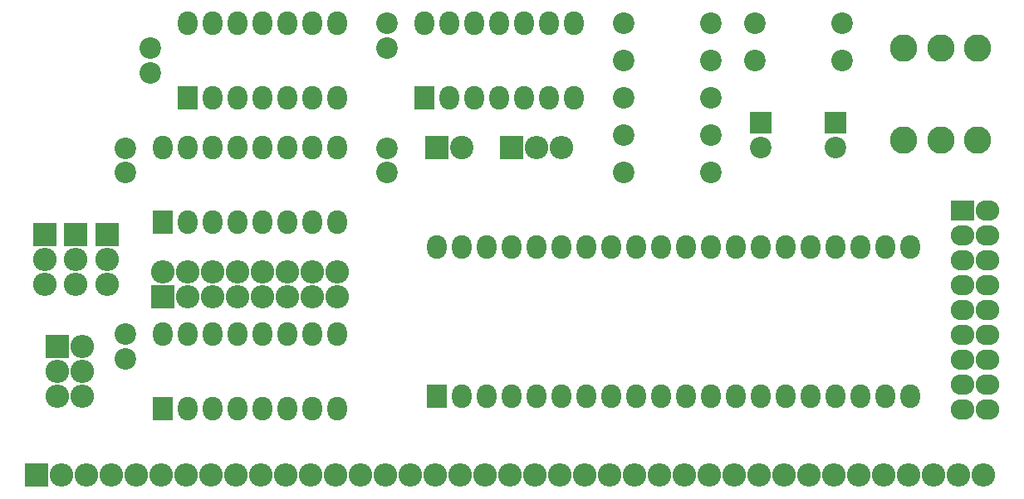
<source format=gbs>
G04 #@! TF.FileFunction,Soldermask,Bot*
%FSLAX46Y46*%
G04 Gerber Fmt 4.6, Leading zero omitted, Abs format (unit mm)*
G04 Created by KiCad (PCBNEW 4.0.6) date Sun Jul 16 10:48:13 2017*
%MOMM*%
%LPD*%
G01*
G04 APERTURE LIST*
%ADD10C,0.100000*%
%ADD11R,2.000000X2.400000*%
%ADD12O,2.000000X2.400000*%
%ADD13R,2.400000X2.400000*%
%ADD14O,2.400000X2.400000*%
%ADD15C,2.200000*%
%ADD16C,2.800000*%
%ADD17R,2.400000X2.100000*%
%ADD18O,2.400000X2.100000*%
%ADD19C,2.400000*%
%ADD20R,2.200000X2.200000*%
G04 APERTURE END LIST*
D10*
D11*
X74930000Y-137160000D03*
D12*
X92710000Y-129540000D03*
X77470000Y-137160000D03*
X90170000Y-129540000D03*
X80010000Y-137160000D03*
X87630000Y-129540000D03*
X82550000Y-137160000D03*
X85090000Y-129540000D03*
X85090000Y-137160000D03*
X82550000Y-129540000D03*
X87630000Y-137160000D03*
X80010000Y-129540000D03*
X90170000Y-137160000D03*
X77470000Y-129540000D03*
X92710000Y-137160000D03*
X74930000Y-129540000D03*
D13*
X62000000Y-163000000D03*
D14*
X64540000Y-163000000D03*
X67080000Y-163000000D03*
X69620000Y-163000000D03*
X72160000Y-163000000D03*
X74700000Y-163000000D03*
X77240000Y-163000000D03*
X79780000Y-163000000D03*
X82320000Y-163000000D03*
X84860000Y-163000000D03*
X87400000Y-163000000D03*
X89940000Y-163000000D03*
X92480000Y-163000000D03*
X95020000Y-163000000D03*
X97560000Y-163000000D03*
X100100000Y-163000000D03*
X102640000Y-163000000D03*
X105180000Y-163000000D03*
X107720000Y-163000000D03*
X110260000Y-163000000D03*
X112800000Y-163000000D03*
X115340000Y-163000000D03*
X117880000Y-163000000D03*
X120420000Y-163000000D03*
X122960000Y-163000000D03*
X125500000Y-163000000D03*
X128040000Y-163000000D03*
X130580000Y-163000000D03*
X133120000Y-163000000D03*
X135660000Y-163000000D03*
X138200000Y-163000000D03*
X140740000Y-163000000D03*
X143280000Y-163000000D03*
X145820000Y-163000000D03*
X148360000Y-163000000D03*
X150900000Y-163000000D03*
X153440000Y-163000000D03*
X155980000Y-163000000D03*
X158520000Y-163000000D03*
D15*
X121920000Y-116840000D03*
X130810000Y-116840000D03*
X135255000Y-116840000D03*
X144145000Y-116840000D03*
X121920000Y-128270000D03*
X130810000Y-128270000D03*
X130810000Y-132080000D03*
X121920000Y-132080000D03*
X144145000Y-120650000D03*
X135255000Y-120650000D03*
X130810000Y-124460000D03*
X121920000Y-124460000D03*
X130810000Y-120650000D03*
X121920000Y-120650000D03*
D16*
X150400000Y-119380000D03*
X154200000Y-119380000D03*
X158000000Y-119380000D03*
X158000000Y-128780000D03*
X154200000Y-128780000D03*
X150400000Y-128780000D03*
D15*
X71120000Y-148590000D03*
X71120000Y-151090000D03*
X97790000Y-116840000D03*
X97790000Y-119340000D03*
X73660000Y-119380000D03*
X73660000Y-121880000D03*
X71120000Y-129580000D03*
X71120000Y-132080000D03*
X97790000Y-132080000D03*
X97790000Y-129580000D03*
D17*
X156460000Y-135960000D03*
D18*
X159000000Y-135960000D03*
X156460000Y-138500000D03*
X159000000Y-138500000D03*
X156460000Y-141040000D03*
X159000000Y-141040000D03*
X156460000Y-143580000D03*
X159000000Y-143580000D03*
X156460000Y-146120000D03*
X159000000Y-146120000D03*
X156460000Y-148660000D03*
X159000000Y-148660000D03*
X156460000Y-151200000D03*
X159000000Y-151200000D03*
X156460000Y-153740000D03*
X159000000Y-153740000D03*
X156460000Y-156280000D03*
X159000000Y-156280000D03*
D13*
X69215000Y-138430000D03*
D14*
X69215000Y-140970000D03*
X69215000Y-143510000D03*
D13*
X62865000Y-138430000D03*
D14*
X62865000Y-140970000D03*
X62865000Y-143510000D03*
D13*
X64135000Y-149860000D03*
D14*
X66675000Y-149860000D03*
X64135000Y-152400000D03*
X66675000Y-152400000D03*
X64135000Y-154940000D03*
X66675000Y-154940000D03*
D13*
X74930000Y-144780000D03*
D14*
X74930000Y-142240000D03*
X77470000Y-144780000D03*
X77470000Y-142240000D03*
X80010000Y-144780000D03*
X80010000Y-142240000D03*
X82550000Y-144780000D03*
X82550000Y-142240000D03*
X85090000Y-144780000D03*
X85090000Y-142240000D03*
X87630000Y-144780000D03*
X87630000Y-142240000D03*
X90170000Y-144780000D03*
X90170000Y-142240000D03*
X92710000Y-144780000D03*
X92710000Y-142240000D03*
D13*
X110490000Y-129540000D03*
D14*
X113030000Y-129540000D03*
X115570000Y-129540000D03*
D13*
X102870000Y-129540000D03*
D19*
X105410000Y-129540000D03*
D11*
X74930000Y-156210000D03*
D12*
X92710000Y-148590000D03*
X77470000Y-156210000D03*
X90170000Y-148590000D03*
X80010000Y-156210000D03*
X87630000Y-148590000D03*
X82550000Y-156210000D03*
X85090000Y-148590000D03*
X85090000Y-156210000D03*
X82550000Y-148590000D03*
X87630000Y-156210000D03*
X80010000Y-148590000D03*
X90170000Y-156210000D03*
X77470000Y-148590000D03*
X92710000Y-156210000D03*
X74930000Y-148590000D03*
D11*
X77470000Y-124460000D03*
D12*
X92710000Y-116840000D03*
X80010000Y-124460000D03*
X90170000Y-116840000D03*
X82550000Y-124460000D03*
X87630000Y-116840000D03*
X85090000Y-124460000D03*
X85090000Y-116840000D03*
X87630000Y-124460000D03*
X82550000Y-116840000D03*
X90170000Y-124460000D03*
X80010000Y-116840000D03*
X92710000Y-124460000D03*
X77470000Y-116840000D03*
D11*
X101600000Y-124460000D03*
D12*
X116840000Y-116840000D03*
X104140000Y-124460000D03*
X114300000Y-116840000D03*
X106680000Y-124460000D03*
X111760000Y-116840000D03*
X109220000Y-124460000D03*
X109220000Y-116840000D03*
X111760000Y-124460000D03*
X106680000Y-116840000D03*
X114300000Y-124460000D03*
X104140000Y-116840000D03*
X116840000Y-124460000D03*
X101600000Y-116840000D03*
D11*
X102829360Y-154929840D03*
D12*
X151089360Y-139689840D03*
X105369360Y-154929840D03*
X148549360Y-139689840D03*
X107909360Y-154929840D03*
X146009360Y-139689840D03*
X110449360Y-154929840D03*
X143469360Y-139689840D03*
X112989360Y-154929840D03*
X140929360Y-139689840D03*
X115529360Y-154929840D03*
X138389360Y-139689840D03*
X118069360Y-154929840D03*
X135849360Y-139689840D03*
X120609360Y-154929840D03*
X133309360Y-139689840D03*
X123149360Y-154929840D03*
X130769360Y-139689840D03*
X125689360Y-154929840D03*
X128229360Y-139689840D03*
X128229360Y-154929840D03*
X125689360Y-139689840D03*
X130769360Y-154929840D03*
X123149360Y-139689840D03*
X133309360Y-154929840D03*
X120609360Y-139689840D03*
X135849360Y-154929840D03*
X118069360Y-139689840D03*
X138389360Y-154929840D03*
X115529360Y-139689840D03*
X140929360Y-154929840D03*
X112989360Y-139689840D03*
X143469360Y-154929840D03*
X110449360Y-139689840D03*
X146009360Y-154929840D03*
X107909360Y-139689840D03*
X148549360Y-154929840D03*
X105369360Y-139689840D03*
X151089360Y-154929840D03*
X102829360Y-139689840D03*
D20*
X143510000Y-127000000D03*
D15*
X143510000Y-129500000D03*
D20*
X135890000Y-127000000D03*
D15*
X135890000Y-129500000D03*
D13*
X66040000Y-138430000D03*
D14*
X66040000Y-140970000D03*
X66040000Y-143510000D03*
M02*

</source>
